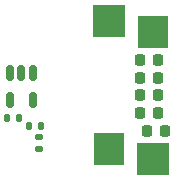
<source format=gbp>
G04 #@! TF.GenerationSoftware,KiCad,Pcbnew,8.0.7-8.0.7-0~ubuntu24.04.1*
G04 #@! TF.CreationDate,2024-12-31T11:01:01-07:00*
G04 #@! TF.ProjectId,DRV8213 brushed Motor Driver,44525638-3231-4332-9062-727573686564,V1*
G04 #@! TF.SameCoordinates,Original*
G04 #@! TF.FileFunction,Paste,Bot*
G04 #@! TF.FilePolarity,Positive*
%FSLAX46Y46*%
G04 Gerber Fmt 4.6, Leading zero omitted, Abs format (unit mm)*
G04 Created by KiCad (PCBNEW 8.0.7-8.0.7-0~ubuntu24.04.1) date 2024-12-31 11:01:01*
%MOMM*%
%LPD*%
G01*
G04 APERTURE LIST*
G04 Aperture macros list*
%AMRoundRect*
0 Rectangle with rounded corners*
0 $1 Rounding radius*
0 $2 $3 $4 $5 $6 $7 $8 $9 X,Y pos of 4 corners*
0 Add a 4 corners polygon primitive as box body*
4,1,4,$2,$3,$4,$5,$6,$7,$8,$9,$2,$3,0*
0 Add four circle primitives for the rounded corners*
1,1,$1+$1,$2,$3*
1,1,$1+$1,$4,$5*
1,1,$1+$1,$6,$7*
1,1,$1+$1,$8,$9*
0 Add four rect primitives between the rounded corners*
20,1,$1+$1,$2,$3,$4,$5,0*
20,1,$1+$1,$4,$5,$6,$7,0*
20,1,$1+$1,$6,$7,$8,$9,0*
20,1,$1+$1,$8,$9,$2,$3,0*%
G04 Aperture macros list end*
%ADD10R,2.500000X2.800000*%
%ADD11RoundRect,0.225000X0.225000X0.250000X-0.225000X0.250000X-0.225000X-0.250000X0.225000X-0.250000X0*%
%ADD12R,2.800000X2.800000*%
%ADD13RoundRect,0.140000X-0.140000X-0.170000X0.140000X-0.170000X0.140000X0.170000X-0.140000X0.170000X0*%
%ADD14RoundRect,0.135000X0.185000X-0.135000X0.185000X0.135000X-0.185000X0.135000X-0.185000X-0.135000X0*%
%ADD15RoundRect,0.150000X-0.150000X0.512500X-0.150000X-0.512500X0.150000X-0.512500X0.150000X0.512500X0*%
%ADD16RoundRect,0.135000X-0.135000X-0.185000X0.135000X-0.185000X0.135000X0.185000X-0.135000X0.185000X0*%
G04 APERTURE END LIST*
D10*
G04 #@! TO.C,J8*
X176650000Y-96750000D03*
G04 #@! TD*
G04 #@! TO.C,J5*
X172950000Y-106650000D03*
G04 #@! TD*
D11*
G04 #@! TO.C,C1*
X177050000Y-99150000D03*
X175500000Y-99150000D03*
G04 #@! TD*
G04 #@! TO.C,C4*
X177050000Y-103650000D03*
X175500000Y-103650000D03*
G04 #@! TD*
G04 #@! TO.C,C5*
X177675000Y-105200000D03*
X176125000Y-105200000D03*
G04 #@! TD*
D12*
G04 #@! TO.C,J7*
X176650000Y-107550000D03*
G04 #@! TD*
D11*
G04 #@! TO.C,C3*
X177050000Y-100650000D03*
X175500000Y-100650000D03*
G04 #@! TD*
D12*
G04 #@! TO.C,J6*
X172950000Y-95850000D03*
G04 #@! TD*
D13*
G04 #@! TO.C,C9*
X164320000Y-104050000D03*
X165280000Y-104050000D03*
G04 #@! TD*
D14*
G04 #@! TO.C,R2*
X167000000Y-106660000D03*
X167000000Y-105640000D03*
G04 #@! TD*
D15*
G04 #@! TO.C,U2*
X164550000Y-100262500D03*
X165500000Y-100262500D03*
X166450000Y-100262500D03*
X166450000Y-102537500D03*
X164550000Y-102537500D03*
G04 #@! TD*
D16*
G04 #@! TO.C,R1*
X166140000Y-104700000D03*
X167160000Y-104700000D03*
G04 #@! TD*
D11*
G04 #@! TO.C,C2*
X177050000Y-102150000D03*
X175500000Y-102150000D03*
G04 #@! TD*
M02*

</source>
